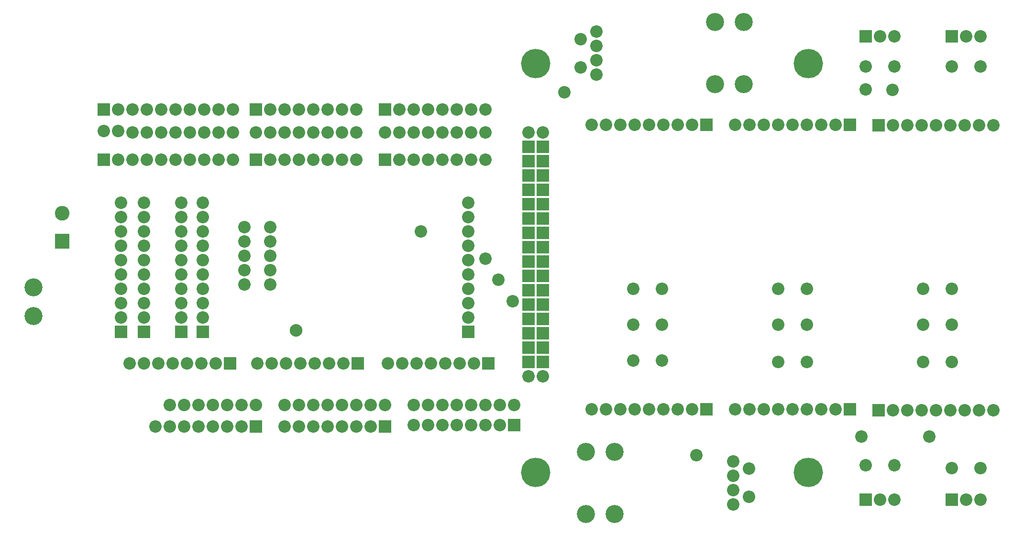
<source format=gts>
G04 Layer: TopSolderMaskLayer*
G04 EasyEDA v6.4.19.5, 2021-04-15T14:22:44--3:00*
G04 56ca0cd20ace464db3ad8dc24ac0750e,59636247558045d2802cba280e4ac9d9,10*
G04 Gerber Generator version 0.2*
G04 Scale: 100 percent, Rotated: No, Reflected: No *
G04 Dimensions in inches *
G04 leading zeros omitted , absolute positions ,3 integer and 6 decimal *
%FSLAX36Y36*%
%MOIN*%

%ADD28C,0.0867*%
%ADD29C,0.0880*%
%ADD30C,0.2049*%
%ADD32C,0.1261*%
%ADD34C,0.1025*%

%LPD*%
D28*
G01*
X2780000Y-750000D03*
G01*
X3230000Y-940000D03*
G01*
X3320000Y-1085232D03*
G01*
X3420000Y-1235232D03*
G01*
X670000Y-50000D03*
G01*
X570000Y-50000D03*
D29*
G01*
X1910000Y-1440000D03*
D28*
G01*
X6324862Y-2180000D03*
G01*
X5850000Y-2180000D03*
G01*
X6066359Y236359D03*
G01*
X5880000Y240000D03*
G01*
X4700000Y-2310000D03*
G01*
X3780000Y220000D03*
D30*
G01*
X5480000Y-2430000D03*
G01*
X5480000Y420000D03*
G01*
X3580000Y-2430000D03*
G01*
X3580000Y420000D03*
D28*
G01*
X1550000Y-1120000D03*
G01*
X1550000Y-1020000D03*
G01*
X1550000Y-920000D03*
G01*
X1550000Y-820000D03*
G01*
X1550000Y-720000D03*
G01*
X1730000Y-1120000D03*
G01*
X1730000Y-1020000D03*
G01*
X1730000Y-920000D03*
G01*
X1730000Y-820000D03*
G01*
X1730000Y-720000D03*
G36*
X1586599Y-2153400D02*
G01*
X1586599Y-2066599D01*
X1673400Y-2066599D01*
X1673400Y-2153400D01*
G37*
G01*
X1530000Y-2110000D03*
G01*
X1430000Y-2110000D03*
G01*
X1330000Y-2110000D03*
G01*
X930000Y-2110000D03*
G01*
X1030000Y-2110000D03*
G01*
X1130000Y-2110000D03*
G01*
X1230000Y-2110000D03*
G36*
X2486599Y-2153400D02*
G01*
X2486599Y-2066599D01*
X2573400Y-2066599D01*
X2573400Y-2153400D01*
G37*
G01*
X2430000Y-2110000D03*
G01*
X2330000Y-2110000D03*
G01*
X2230000Y-2110000D03*
G01*
X1830000Y-2110000D03*
G01*
X1930000Y-2110000D03*
G01*
X2030000Y-2110000D03*
G01*
X2130000Y-2110000D03*
G36*
X3206599Y-1713400D02*
G01*
X3206599Y-1626599D01*
X3293400Y-1626599D01*
X3293400Y-1713400D01*
G37*
G01*
X3150000Y-1670000D03*
G01*
X3050000Y-1670000D03*
G01*
X2950000Y-1670000D03*
G01*
X2550000Y-1670000D03*
G01*
X2650000Y-1670000D03*
G01*
X2750000Y-1670000D03*
G01*
X2850000Y-1670000D03*
G36*
X2486599Y56599D02*
G01*
X2486599Y143400D01*
X2573400Y143400D01*
X2573400Y56599D01*
G37*
G01*
X2630000Y100000D03*
G01*
X2730000Y100000D03*
G01*
X2830000Y100000D03*
G01*
X3230000Y100000D03*
G01*
X3130000Y100000D03*
G01*
X3030000Y100000D03*
G01*
X2930000Y100000D03*
G36*
X1586599Y56599D02*
G01*
X1586599Y143400D01*
X1673400Y143400D01*
X1673400Y56599D01*
G37*
G01*
X1730000Y100000D03*
G01*
X1830000Y100000D03*
G01*
X1930000Y100000D03*
G01*
X2330000Y100000D03*
G01*
X2230000Y100000D03*
G01*
X2130000Y100000D03*
G01*
X2030000Y100000D03*
G01*
X1470000Y100000D03*
G01*
X1370000Y100000D03*
G01*
X1270000Y100000D03*
G01*
X1170000Y100000D03*
G01*
X1070000Y100000D03*
G01*
X970000Y100000D03*
G01*
X870000Y100000D03*
G01*
X770000Y100000D03*
G01*
X670000Y100000D03*
G36*
X526599Y56599D02*
G01*
X526599Y143400D01*
X613400Y143400D01*
X613400Y56599D01*
G37*
G01*
X850000Y-550000D03*
G01*
X850000Y-650000D03*
G01*
X850000Y-750000D03*
G01*
X850000Y-850000D03*
G01*
X850000Y-950000D03*
G01*
X850000Y-1050000D03*
G01*
X850000Y-1150000D03*
G01*
X850000Y-1250000D03*
G01*
X850000Y-1350000D03*
G36*
X806599Y-1493400D02*
G01*
X806599Y-1406599D01*
X893400Y-1406599D01*
X893400Y-1493400D01*
G37*
G01*
X1260000Y-550000D03*
G01*
X1260000Y-650000D03*
G01*
X1260000Y-750000D03*
G01*
X1260000Y-850000D03*
G01*
X1260000Y-950000D03*
G01*
X1260000Y-1050000D03*
G01*
X1260000Y-1150000D03*
G01*
X1260000Y-1250000D03*
G01*
X1260000Y-1350000D03*
G36*
X1216599Y-1493400D02*
G01*
X1216599Y-1406599D01*
X1303400Y-1406599D01*
X1303400Y-1493400D01*
G37*
G01*
X3110000Y-550000D03*
G01*
X3110000Y-650000D03*
G01*
X3110000Y-750000D03*
G01*
X3110000Y-850000D03*
G01*
X3110000Y-950000D03*
G01*
X3110000Y-1050000D03*
G01*
X3110000Y-1150000D03*
G01*
X3110000Y-1250000D03*
G01*
X3110000Y-1350000D03*
G36*
X3066599Y-1493400D02*
G01*
X3066599Y-1406599D01*
X3153400Y-1406599D01*
X3153400Y-1493400D01*
G37*
G01*
X1110000Y-550000D03*
G01*
X1110000Y-650000D03*
G01*
X1110000Y-750000D03*
G01*
X1110000Y-850000D03*
G01*
X1110000Y-950000D03*
G01*
X1110000Y-1050000D03*
G01*
X1110000Y-1150000D03*
G01*
X1110000Y-1250000D03*
G01*
X1110000Y-1350000D03*
G36*
X1066599Y-1493400D02*
G01*
X1066599Y-1406599D01*
X1153400Y-1406599D01*
X1153400Y-1493400D01*
G37*
G01*
X690000Y-550000D03*
G01*
X690000Y-650000D03*
G01*
X690000Y-750000D03*
G01*
X690000Y-850000D03*
G01*
X690000Y-950000D03*
G01*
X690000Y-1050000D03*
G01*
X690000Y-1150000D03*
G01*
X690000Y-1250000D03*
G01*
X690000Y-1350000D03*
G36*
X646599Y-1493400D02*
G01*
X646599Y-1406599D01*
X733400Y-1406599D01*
X733400Y-1493400D01*
G37*
G36*
X1406599Y-1713400D02*
G01*
X1406599Y-1626599D01*
X1493400Y-1626599D01*
X1493400Y-1713400D01*
G37*
G01*
X1350000Y-1670000D03*
G01*
X1250000Y-1670000D03*
G01*
X1150000Y-1670000D03*
G01*
X750000Y-1670000D03*
G01*
X850000Y-1670000D03*
G01*
X950000Y-1670000D03*
G01*
X1050000Y-1670000D03*
G36*
X2296599Y-1713400D02*
G01*
X2296599Y-1626599D01*
X2383400Y-1626599D01*
X2383400Y-1713400D01*
G37*
G01*
X2240000Y-1670000D03*
G01*
X2140000Y-1670000D03*
G01*
X2040000Y-1670000D03*
G01*
X1640000Y-1670000D03*
G01*
X1740000Y-1670000D03*
G01*
X1840000Y-1670000D03*
G01*
X1940000Y-1670000D03*
G01*
X1470000Y-250000D03*
G01*
X1370000Y-250000D03*
G01*
X1270000Y-250000D03*
G01*
X1170000Y-250000D03*
G01*
X1070000Y-250000D03*
G01*
X970000Y-250000D03*
G01*
X870000Y-250000D03*
G01*
X770000Y-250000D03*
G01*
X670000Y-250000D03*
G36*
X526599Y-293400D02*
G01*
X526599Y-206599D01*
X613400Y-206599D01*
X613400Y-293400D01*
G37*
G36*
X1586599Y-293400D02*
G01*
X1586599Y-206599D01*
X1673400Y-206599D01*
X1673400Y-293400D01*
G37*
G01*
X1730000Y-250000D03*
G01*
X1830000Y-250000D03*
G01*
X1930000Y-250000D03*
G01*
X2330000Y-250000D03*
G01*
X2230000Y-250000D03*
G01*
X2130000Y-250000D03*
G01*
X2030000Y-250000D03*
G36*
X2486599Y-293400D02*
G01*
X2486599Y-206599D01*
X2573400Y-206599D01*
X2573400Y-293400D01*
G37*
G01*
X2630000Y-250000D03*
G01*
X2730000Y-250000D03*
G01*
X2830000Y-250000D03*
G01*
X3230000Y-250000D03*
G01*
X3130000Y-250000D03*
G01*
X3030000Y-250000D03*
G01*
X2930000Y-250000D03*
G01*
X4956769Y-2354250D03*
G01*
X4956769Y-2454250D03*
G01*
X4956769Y-2554250D03*
G01*
X4956769Y-2654250D03*
G01*
X5067010Y-2404250D03*
G01*
X5067010Y-2601100D03*
D32*
G01*
X3930000Y-2721179D03*
G01*
X4130000Y-2721179D03*
G01*
X4129210Y-2288110D03*
G01*
X3929210Y-2288110D03*
G01*
X80000Y-1140000D03*
G01*
X80000Y-1340000D03*
G36*
X5836599Y-2663400D02*
G01*
X5836599Y-2576599D01*
X5923400Y-2576599D01*
X5923400Y-2663400D01*
G37*
D28*
G01*
X5980000Y-2620000D03*
G01*
X6080000Y-2620000D03*
G36*
X6436599Y-2663400D02*
G01*
X6436599Y-2576599D01*
X6523400Y-2576599D01*
X6523400Y-2663400D01*
G37*
G01*
X6580000Y-2620000D03*
G01*
X6680000Y-2620000D03*
G36*
X5836599Y566599D02*
G01*
X5836599Y653400D01*
X5923400Y653400D01*
X5923400Y566599D01*
G37*
G01*
X5980000Y610000D03*
G01*
X6080000Y610000D03*
G36*
X6436599Y566599D02*
G01*
X6436599Y653400D01*
X6523400Y653400D01*
X6523400Y566599D01*
G37*
G01*
X6580000Y610000D03*
G01*
X6680000Y610000D03*
G36*
X228800Y-869699D02*
G01*
X228800Y-767199D01*
X331199Y-767199D01*
X331199Y-869699D01*
G37*
D34*
G01*
X280000Y-621579D03*
D28*
G01*
X6080000Y-2380000D03*
G01*
X5880000Y-2380000D03*
G01*
X6680000Y-2400000D03*
G01*
X6480000Y-2400000D03*
G01*
X6080000Y400000D03*
G01*
X5880000Y400000D03*
G01*
X6680000Y400000D03*
G01*
X6480000Y400000D03*
G01*
X5270000Y-1400000D03*
G01*
X5470000Y-1400000D03*
G01*
X5270000Y-1660000D03*
G01*
X5470000Y-1660000D03*
G01*
X6280000Y-1400000D03*
G01*
X6480000Y-1400000D03*
G01*
X6280000Y-1660000D03*
G01*
X6480000Y-1660000D03*
G01*
X5270000Y-1150000D03*
G01*
X5470000Y-1150000D03*
G01*
X4460000Y-1650000D03*
G01*
X4260000Y-1650000D03*
G01*
X6280000Y-1150000D03*
G01*
X6480000Y-1150000D03*
G36*
X3386599Y-2143400D02*
G01*
X3386599Y-2056599D01*
X3473400Y-2056599D01*
X3473400Y-2143400D01*
G37*
G01*
X3330000Y-2100000D03*
G01*
X3230000Y-2100000D03*
G01*
X3130000Y-2100000D03*
G01*
X2730000Y-2100000D03*
G01*
X2830000Y-2100000D03*
G01*
X2930000Y-2100000D03*
G01*
X3030000Y-2100000D03*
G36*
X4726599Y-48400D02*
G01*
X4726599Y38400D01*
X4813400Y38400D01*
X4813400Y-48400D01*
G37*
G01*
X4670000Y-5010D03*
G01*
X4570000Y-5010D03*
G01*
X4470000Y-5010D03*
G01*
X4370000Y-5010D03*
G01*
X4270000Y-5010D03*
G01*
X4170000Y-5010D03*
G01*
X4070000Y-5010D03*
G01*
X3970000Y-5010D03*
G36*
X4726599Y-2033400D02*
G01*
X4726599Y-1946599D01*
X4813400Y-1946599D01*
X4813400Y-2033400D01*
G37*
G01*
X4670000Y-1990010D03*
G01*
X4570000Y-1990010D03*
G01*
X4470000Y-1990010D03*
G01*
X4370000Y-1990010D03*
G01*
X4270000Y-1990010D03*
G01*
X4170000Y-1990010D03*
G01*
X4070000Y-1990010D03*
G01*
X3970000Y-1990010D03*
G36*
X5726599Y-48400D02*
G01*
X5726599Y38400D01*
X5813299Y38400D01*
X5813299Y-48400D01*
G37*
G01*
X5669960Y-5010D03*
G01*
X5569960Y-5010D03*
G01*
X5469960Y-5010D03*
G01*
X5369960Y-5010D03*
G01*
X5269960Y-5010D03*
G01*
X5169960Y-5010D03*
G01*
X5069960Y-5010D03*
G01*
X4969960Y-5010D03*
G36*
X5726599Y-2033400D02*
G01*
X5726599Y-1946599D01*
X5813299Y-1946599D01*
X5813299Y-2033400D01*
G37*
G01*
X5669960Y-1990010D03*
G01*
X5569960Y-1990010D03*
G01*
X5469960Y-1990010D03*
G01*
X5369960Y-1990010D03*
G01*
X5269960Y-1990010D03*
G01*
X5169960Y-1990010D03*
G01*
X5069960Y-1990010D03*
G01*
X4969960Y-1990010D03*
G36*
X5926599Y-2038400D02*
G01*
X5926599Y-1951599D01*
X6013400Y-1951599D01*
X6013400Y-2038400D01*
G37*
G01*
X6070005Y-1995000D03*
G01*
X6170005Y-1995000D03*
G01*
X6270005Y-1995000D03*
G01*
X6370005Y-1995000D03*
G01*
X6470005Y-1995000D03*
G01*
X6570005Y-1995000D03*
G01*
X6670005Y-1995000D03*
G01*
X6770005Y-1995000D03*
G36*
X5926599Y-53400D02*
G01*
X5926599Y33400D01*
X6013400Y33400D01*
X6013400Y-53400D01*
G37*
G01*
X6070005Y-10000D03*
G01*
X6170005Y-10000D03*
G01*
X6270005Y-10000D03*
G01*
X6370005Y-10000D03*
G01*
X6470005Y-10000D03*
G01*
X6570005Y-10000D03*
G01*
X6670005Y-10000D03*
G01*
X6770005Y-10000D03*
G01*
X1630000Y-1960000D03*
G01*
X1530000Y-1960000D03*
G01*
X1430000Y-1960000D03*
G01*
X1330000Y-1960000D03*
G01*
X1230000Y-1960000D03*
G01*
X1130000Y-1960000D03*
G01*
X3630000Y-60000D03*
G01*
X3530000Y-60000D03*
G01*
X3630000Y-1760000D03*
G01*
X3530000Y-1760000D03*
G36*
X3486599Y-1003400D02*
G01*
X3486599Y-916599D01*
X3573400Y-916599D01*
X3573400Y-1003400D01*
G37*
G36*
X3586599Y-1003400D02*
G01*
X3586599Y-916599D01*
X3673400Y-916599D01*
X3673400Y-1003400D01*
G37*
G36*
X3486599Y-1103400D02*
G01*
X3486599Y-1016599D01*
X3573400Y-1016599D01*
X3573400Y-1103400D01*
G37*
G36*
X3586599Y-1103400D02*
G01*
X3586599Y-1016599D01*
X3673400Y-1016599D01*
X3673400Y-1103400D01*
G37*
G36*
X3486599Y-1203400D02*
G01*
X3486599Y-1116599D01*
X3573400Y-1116599D01*
X3573400Y-1203400D01*
G37*
G36*
X3586599Y-1203400D02*
G01*
X3586599Y-1116599D01*
X3673400Y-1116599D01*
X3673400Y-1203400D01*
G37*
G36*
X3486599Y-1303400D02*
G01*
X3486599Y-1216599D01*
X3573400Y-1216599D01*
X3573400Y-1303400D01*
G37*
G36*
X3586599Y-1303400D02*
G01*
X3586599Y-1216599D01*
X3673400Y-1216599D01*
X3673400Y-1303400D01*
G37*
G36*
X3486599Y-1403400D02*
G01*
X3486599Y-1316599D01*
X3573400Y-1316599D01*
X3573400Y-1403400D01*
G37*
G36*
X3586599Y-1403400D02*
G01*
X3586599Y-1316599D01*
X3673400Y-1316599D01*
X3673400Y-1403400D01*
G37*
G36*
X3486599Y-1503400D02*
G01*
X3486599Y-1416599D01*
X3573400Y-1416599D01*
X3573400Y-1503400D01*
G37*
G36*
X3586599Y-1503400D02*
G01*
X3586599Y-1416599D01*
X3673400Y-1416599D01*
X3673400Y-1503400D01*
G37*
G36*
X3486599Y-1603400D02*
G01*
X3486599Y-1516599D01*
X3573400Y-1516599D01*
X3573400Y-1603400D01*
G37*
G36*
X3586599Y-1603400D02*
G01*
X3586599Y-1516599D01*
X3673400Y-1516599D01*
X3673400Y-1603400D01*
G37*
G36*
X3486599Y-1703400D02*
G01*
X3486599Y-1616599D01*
X3573400Y-1616599D01*
X3573400Y-1703400D01*
G37*
G36*
X3586599Y-1703400D02*
G01*
X3586599Y-1616599D01*
X3673400Y-1616599D01*
X3673400Y-1703400D01*
G37*
G36*
X3486599Y-203400D02*
G01*
X3486599Y-116599D01*
X3573400Y-116599D01*
X3573400Y-203400D01*
G37*
G36*
X3586599Y-203400D02*
G01*
X3586599Y-116599D01*
X3673400Y-116599D01*
X3673400Y-203400D01*
G37*
G36*
X3486599Y-303400D02*
G01*
X3486599Y-216599D01*
X3573400Y-216599D01*
X3573400Y-303400D01*
G37*
G36*
X3586599Y-303400D02*
G01*
X3586599Y-216599D01*
X3673400Y-216599D01*
X3673400Y-303400D01*
G37*
G36*
X3486599Y-403400D02*
G01*
X3486599Y-316599D01*
X3573400Y-316599D01*
X3573400Y-403400D01*
G37*
G36*
X3586599Y-403400D02*
G01*
X3586599Y-316599D01*
X3673400Y-316599D01*
X3673400Y-403400D01*
G37*
G36*
X3486599Y-503400D02*
G01*
X3486599Y-416599D01*
X3573400Y-416599D01*
X3573400Y-503400D01*
G37*
G36*
X3586599Y-503400D02*
G01*
X3586599Y-416599D01*
X3673400Y-416599D01*
X3673400Y-503400D01*
G37*
G36*
X3486599Y-603400D02*
G01*
X3486599Y-516599D01*
X3573400Y-516599D01*
X3573400Y-603400D01*
G37*
G36*
X3586599Y-603400D02*
G01*
X3586599Y-516599D01*
X3673400Y-516599D01*
X3673400Y-603400D01*
G37*
G36*
X3486599Y-703400D02*
G01*
X3486599Y-616599D01*
X3573400Y-616599D01*
X3573400Y-703400D01*
G37*
G36*
X3586599Y-703400D02*
G01*
X3586599Y-616599D01*
X3673400Y-616599D01*
X3673400Y-703400D01*
G37*
G36*
X3486599Y-803400D02*
G01*
X3486599Y-716599D01*
X3573400Y-716599D01*
X3573400Y-803400D01*
G37*
G36*
X3586599Y-803400D02*
G01*
X3586599Y-716599D01*
X3673400Y-716599D01*
X3673400Y-803400D01*
G37*
G36*
X3486599Y-903400D02*
G01*
X3486599Y-816599D01*
X3573400Y-816599D01*
X3573400Y-903400D01*
G37*
G36*
X3586599Y-903400D02*
G01*
X3586599Y-816599D01*
X3673400Y-816599D01*
X3673400Y-903400D01*
G37*
G01*
X770000Y-60000D03*
G01*
X1470000Y-60000D03*
G01*
X1370000Y-60000D03*
G01*
X1270000Y-60000D03*
G01*
X1170000Y-60000D03*
G01*
X1070000Y-60000D03*
G01*
X970000Y-60000D03*
G01*
X870000Y-60000D03*
G01*
X1630000Y-60000D03*
G01*
X2330000Y-60000D03*
G01*
X2230000Y-60000D03*
G01*
X2130000Y-60000D03*
G01*
X2030000Y-60000D03*
G01*
X1930000Y-60000D03*
G01*
X1830000Y-60000D03*
G01*
X1730000Y-60000D03*
G01*
X1830000Y-1960000D03*
G01*
X2530000Y-1960000D03*
G01*
X2430000Y-1960000D03*
G01*
X2330000Y-1960000D03*
G01*
X2230000Y-1960000D03*
G01*
X2130000Y-1960000D03*
G01*
X2030000Y-1960000D03*
G01*
X1930000Y-1960000D03*
G01*
X2530000Y-60000D03*
G01*
X3230000Y-60000D03*
G01*
X3130000Y-60000D03*
G01*
X3030000Y-60000D03*
G01*
X2930000Y-60000D03*
G01*
X2830000Y-60000D03*
G01*
X2730000Y-60000D03*
G01*
X2630000Y-60000D03*
G01*
X2730000Y-1960000D03*
G01*
X3430000Y-1960000D03*
G01*
X3330000Y-1960000D03*
G01*
X3230000Y-1960000D03*
G01*
X3130000Y-1960000D03*
G01*
X3030000Y-1960000D03*
G01*
X2930000Y-1960000D03*
G01*
X2830000Y-1960000D03*
G01*
X1030000Y-1960000D03*
G01*
X4460000Y-1400000D03*
G01*
X4260000Y-1400000D03*
G01*
X4460000Y-1150000D03*
G01*
X4260000Y-1150000D03*
G01*
X4003230Y344250D03*
G01*
X4003230Y444250D03*
G01*
X4003230Y544250D03*
G01*
X4003230Y644250D03*
G01*
X3892990Y394250D03*
G01*
X3892990Y591100D03*
D32*
G01*
X5030000Y711179D03*
G01*
X4830000Y711179D03*
G01*
X4830789Y278110D03*
G01*
X5030789Y278110D03*
M02*

</source>
